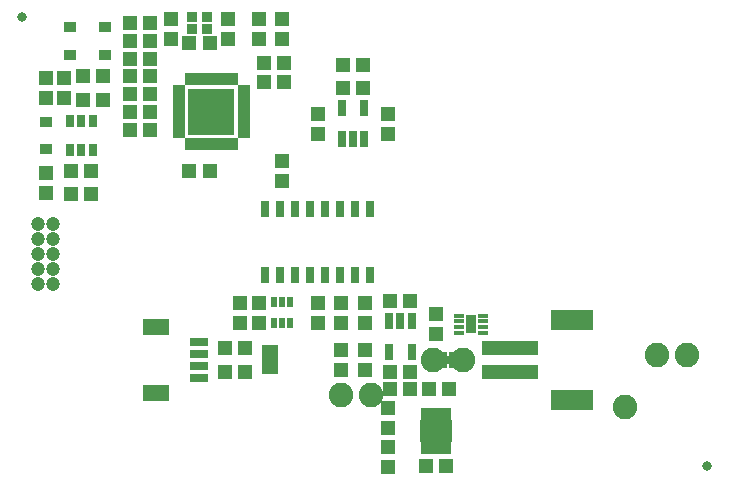
<source format=gbs>
G04 EAGLE Gerber RS-274X export*
G75*
%MOMM*%
%FSLAX34Y34*%
%LPD*%
%INSoldermask Bottom*%
%IPPOS*%
%AMOC8*
5,1,8,0,0,1.08239X$1,22.5*%
G01*
%ADD10C,0.838200*%
%ADD11R,1.203200X1.303200*%
%ADD12R,0.753200X1.403200*%
%ADD13R,1.303200X1.203200*%
%ADD14R,0.803200X1.403200*%
%ADD15R,0.503200X0.863200*%
%ADD16R,0.840000X0.440000*%
%ADD17R,0.940000X1.520000*%
%ADD18C,2.082800*%
%ADD19R,4.803200X1.203200*%
%ADD20R,3.603200X1.803200*%
%ADD21R,0.838200X1.473200*%
%ADD22R,0.553200X1.003200*%
%ADD23R,2.703200X1.903200*%
%ADD24R,1.473200X0.838200*%
%ADD25R,0.753200X1.003200*%
%ADD26R,1.033200X0.833200*%
%ADD27R,0.953200X0.903200*%
%ADD28R,1.103200X0.483200*%
%ADD29R,3.903200X3.903200*%
%ADD30R,0.483200X1.103200*%
%ADD31R,2.203200X1.403200*%
%ADD32R,1.553200X0.803200*%
%ADD33C,1.203200*%

G36*
X371970Y96583D02*
X371970Y96583D01*
X372036Y96585D01*
X372079Y96603D01*
X372126Y96611D01*
X372183Y96645D01*
X372243Y96670D01*
X372278Y96701D01*
X372319Y96726D01*
X372361Y96777D01*
X372409Y96821D01*
X372431Y96863D01*
X372460Y96900D01*
X372481Y96962D01*
X372512Y97021D01*
X372520Y97075D01*
X372532Y97112D01*
X372531Y97152D01*
X372539Y97206D01*
X372539Y102794D01*
X372528Y102859D01*
X372526Y102925D01*
X372508Y102968D01*
X372500Y103015D01*
X372466Y103072D01*
X372441Y103132D01*
X372410Y103167D01*
X372385Y103208D01*
X372334Y103250D01*
X372290Y103298D01*
X372248Y103320D01*
X372211Y103349D01*
X372149Y103370D01*
X372090Y103401D01*
X372036Y103409D01*
X371999Y103421D01*
X371959Y103420D01*
X371905Y103428D01*
X368095Y103428D01*
X368030Y103417D01*
X367964Y103415D01*
X367921Y103397D01*
X367874Y103389D01*
X367817Y103355D01*
X367757Y103330D01*
X367722Y103299D01*
X367681Y103274D01*
X367640Y103223D01*
X367591Y103179D01*
X367569Y103137D01*
X367540Y103100D01*
X367519Y103038D01*
X367488Y102979D01*
X367480Y102925D01*
X367468Y102888D01*
X367469Y102848D01*
X367461Y102794D01*
X367461Y97206D01*
X367472Y97141D01*
X367474Y97075D01*
X367492Y97032D01*
X367500Y96985D01*
X367534Y96928D01*
X367559Y96868D01*
X367590Y96833D01*
X367615Y96792D01*
X367666Y96751D01*
X367710Y96702D01*
X367752Y96680D01*
X367789Y96651D01*
X367851Y96630D01*
X367910Y96599D01*
X367964Y96591D01*
X368001Y96579D01*
X368041Y96580D01*
X368095Y96572D01*
X371905Y96572D01*
X371970Y96583D01*
G37*
D10*
X590000Y10000D03*
X10000Y390000D03*
D11*
X300000Y91500D03*
X300000Y108500D03*
X280000Y108500D03*
X280000Y91500D03*
D12*
X320500Y133001D03*
X330000Y133001D03*
X339500Y133001D03*
X339500Y106999D03*
X320500Y106999D03*
D13*
X338500Y150000D03*
X321500Y150000D03*
D11*
X280000Y131500D03*
X280000Y148500D03*
X300000Y131500D03*
X300000Y148500D03*
X194000Y148500D03*
X194000Y131500D03*
D14*
X215550Y228000D03*
X228250Y228000D03*
X240950Y228000D03*
X253650Y228000D03*
X266350Y228000D03*
X279050Y228000D03*
X291750Y228000D03*
X304450Y228000D03*
X304450Y172000D03*
X291750Y172000D03*
X279050Y172000D03*
X266350Y172000D03*
X253650Y172000D03*
X240950Y172000D03*
X228250Y172000D03*
X215550Y172000D03*
D11*
X260000Y131500D03*
X260000Y148500D03*
X210000Y148500D03*
X210000Y131500D03*
D15*
X223500Y149200D03*
X230000Y130800D03*
X236500Y130800D03*
X223500Y130800D03*
X230000Y149200D03*
X236500Y149200D03*
D11*
X230000Y251500D03*
X230000Y268500D03*
D16*
X399900Y122500D03*
X399900Y127500D03*
X399900Y132500D03*
X399900Y137500D03*
X379900Y137500D03*
X379900Y132500D03*
X379900Y127500D03*
X379900Y122500D03*
D17*
X390000Y130000D03*
D11*
X360000Y121500D03*
X360000Y138500D03*
D18*
X280000Y70000D03*
X305400Y70000D03*
D13*
X321500Y75000D03*
X338500Y75000D03*
X371500Y75000D03*
X354500Y75000D03*
X368500Y10000D03*
X351500Y10000D03*
D19*
X423000Y90000D03*
X423000Y110000D03*
D20*
X475000Y66000D03*
X475000Y134000D03*
D21*
X375080Y100000D03*
X364920Y100000D03*
D18*
X382700Y100000D03*
X357300Y100000D03*
D22*
X360000Y25500D03*
X365000Y25500D03*
X370000Y25500D03*
X355000Y25500D03*
X350000Y25500D03*
X350000Y54500D03*
X355000Y54500D03*
X360000Y54500D03*
X365000Y54500D03*
X370000Y54500D03*
D23*
X360000Y40000D03*
D11*
X320000Y59500D03*
X320000Y42500D03*
D13*
X338500Y90000D03*
X321500Y90000D03*
D11*
X320000Y9500D03*
X320000Y26500D03*
D13*
X181500Y90000D03*
X198500Y90000D03*
X181500Y110000D03*
X198500Y110000D03*
D24*
X220000Y108128D03*
X220000Y100000D03*
X220000Y91872D03*
D25*
X50500Y302000D03*
X60000Y302000D03*
X69500Y302000D03*
X69500Y278000D03*
X50500Y278000D03*
X60000Y278000D03*
D13*
X68500Y260000D03*
X51500Y260000D03*
X51500Y240000D03*
X68500Y240000D03*
D11*
X30000Y258500D03*
X30000Y241500D03*
D26*
X30000Y301500D03*
X30000Y278500D03*
D11*
X45000Y338500D03*
X45000Y321500D03*
X30000Y321500D03*
X30000Y338500D03*
D13*
X78500Y320000D03*
X61500Y320000D03*
X78500Y340000D03*
X61500Y340000D03*
D26*
X50000Y358500D03*
X50000Y381500D03*
X80000Y358500D03*
X80000Y381500D03*
D13*
X298500Y330000D03*
X281500Y330000D03*
X281500Y350000D03*
X298500Y350000D03*
D12*
X299500Y286999D03*
X290000Y286999D03*
X280500Y286999D03*
X280500Y313001D03*
X299500Y313001D03*
D11*
X320000Y291500D03*
X320000Y308500D03*
X260000Y308500D03*
X260000Y291500D03*
X230000Y371500D03*
X230000Y388500D03*
D27*
X153250Y380000D03*
X166750Y380000D03*
X166750Y390000D03*
X153250Y390000D03*
D28*
X197500Y330000D03*
D29*
X170000Y310000D03*
D28*
X197500Y325000D03*
X197500Y320000D03*
X197500Y315000D03*
X197500Y310000D03*
X197500Y305000D03*
X197500Y300000D03*
X197500Y295000D03*
X197500Y290000D03*
D30*
X190000Y282500D03*
X185000Y282500D03*
X180000Y282500D03*
X175000Y282500D03*
X170000Y282500D03*
X165000Y282500D03*
X160000Y282500D03*
X155000Y282500D03*
X150000Y282500D03*
D28*
X142500Y290000D03*
X142500Y295000D03*
X142500Y300000D03*
X142500Y305000D03*
X142500Y310000D03*
X142500Y315000D03*
X142500Y320000D03*
X142500Y325000D03*
X142500Y330000D03*
D30*
X150000Y337500D03*
X155000Y337500D03*
X160000Y337500D03*
X165000Y337500D03*
X170000Y337500D03*
X175000Y337500D03*
X180000Y337500D03*
X185000Y337500D03*
X190000Y337500D03*
D13*
X151500Y368000D03*
X168500Y368000D03*
D11*
X184000Y388500D03*
X184000Y371500D03*
X136000Y388500D03*
X136000Y371500D03*
D13*
X101500Y385000D03*
X118500Y385000D03*
X101500Y295000D03*
X118500Y295000D03*
D11*
X210000Y371500D03*
X210000Y388500D03*
D13*
X168500Y260000D03*
X151500Y260000D03*
X118500Y325000D03*
X101500Y325000D03*
X118500Y310000D03*
X101500Y310000D03*
D31*
X123250Y72000D03*
X123250Y128000D03*
D32*
X160000Y85000D03*
X160000Y95000D03*
X160000Y105000D03*
X160000Y115000D03*
D13*
X101500Y355000D03*
X118500Y355000D03*
X118500Y340000D03*
X101500Y340000D03*
D18*
X547000Y104000D03*
X572400Y104000D03*
D13*
X214500Y335000D03*
X231500Y335000D03*
X214500Y351000D03*
X231500Y351000D03*
X118500Y370000D03*
X101500Y370000D03*
D18*
X520000Y60000D03*
D33*
X36350Y177300D03*
X36350Y190000D03*
X36350Y202700D03*
X36350Y215400D03*
X36350Y164600D03*
X23650Y177300D03*
X23650Y190000D03*
X23650Y202700D03*
X23650Y215400D03*
X23650Y164600D03*
M02*

</source>
